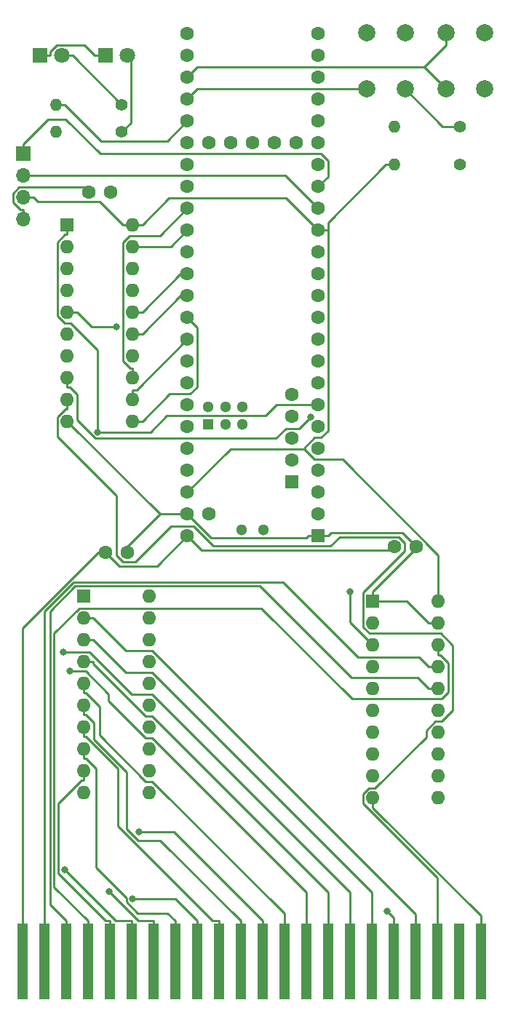
<source format=gbl>
G04 #@! TF.GenerationSoftware,KiCad,Pcbnew,(6.0.6)*
G04 #@! TF.CreationDate,2023-01-06T14:08:34+01:00*
G04 #@! TF.ProjectId,RTO_cart,52544f5f-6361-4727-942e-6b696361645f,rev?*
G04 #@! TF.SameCoordinates,Original*
G04 #@! TF.FileFunction,Copper,L2,Bot*
G04 #@! TF.FilePolarity,Positive*
%FSLAX46Y46*%
G04 Gerber Fmt 4.6, Leading zero omitted, Abs format (unit mm)*
G04 Created by KiCad (PCBNEW (6.0.6)) date 2023-01-06 14:08:34*
%MOMM*%
%LPD*%
G01*
G04 APERTURE LIST*
G04 #@! TA.AperFunction,ComponentPad*
%ADD10C,1.400000*%
G04 #@! TD*
G04 #@! TA.AperFunction,ComponentPad*
%ADD11O,1.400000X1.400000*%
G04 #@! TD*
G04 #@! TA.AperFunction,ComponentPad*
%ADD12R,1.600000X1.600000*%
G04 #@! TD*
G04 #@! TA.AperFunction,ComponentPad*
%ADD13C,1.600000*%
G04 #@! TD*
G04 #@! TA.AperFunction,ComponentPad*
%ADD14R,1.300000X1.300000*%
G04 #@! TD*
G04 #@! TA.AperFunction,ComponentPad*
%ADD15C,1.300000*%
G04 #@! TD*
G04 #@! TA.AperFunction,ComponentPad*
%ADD16R,1.800000X1.800000*%
G04 #@! TD*
G04 #@! TA.AperFunction,ComponentPad*
%ADD17C,1.800000*%
G04 #@! TD*
G04 #@! TA.AperFunction,ComponentPad*
%ADD18C,2.000000*%
G04 #@! TD*
G04 #@! TA.AperFunction,ComponentPad*
%ADD19R,1.700000X1.700000*%
G04 #@! TD*
G04 #@! TA.AperFunction,ComponentPad*
%ADD20O,1.700000X1.700000*%
G04 #@! TD*
G04 #@! TA.AperFunction,ComponentPad*
%ADD21O,1.600000X1.600000*%
G04 #@! TD*
G04 #@! TA.AperFunction,ConnectorPad*
%ADD22R,1.270000X8.840000*%
G04 #@! TD*
G04 #@! TA.AperFunction,ViaPad*
%ADD23C,0.800000*%
G04 #@! TD*
G04 #@! TA.AperFunction,Conductor*
%ADD24C,0.250000*%
G04 #@! TD*
G04 APERTURE END LIST*
D10*
X102870000Y-91440000D03*
D11*
X95250000Y-91440000D03*
D12*
X125730000Y-138430000D03*
D13*
X125730000Y-135890000D03*
X125730000Y-133350000D03*
X125730000Y-130810000D03*
X125730000Y-128270000D03*
X125730000Y-125730000D03*
X125730000Y-123190000D03*
X125730000Y-120650000D03*
X125730000Y-118110000D03*
X125730000Y-115570000D03*
X125730000Y-113030000D03*
X125730000Y-110490000D03*
X125730000Y-107950000D03*
X125730000Y-105410000D03*
X125730000Y-102870000D03*
X125730000Y-100330000D03*
X125730000Y-97790000D03*
X125730000Y-95250000D03*
X125730000Y-92710000D03*
X125730000Y-90170000D03*
X125730000Y-87630000D03*
X125730000Y-85090000D03*
X125730000Y-82550000D03*
X125730000Y-80010000D03*
X110490000Y-80010000D03*
X110490000Y-82550000D03*
X110490000Y-85090000D03*
X110490000Y-87630000D03*
X110490000Y-90170000D03*
X110490000Y-92710000D03*
X110490000Y-95250000D03*
X110490000Y-97790000D03*
X110490000Y-100330000D03*
X110490000Y-102870000D03*
X110490000Y-105410000D03*
X110490000Y-107950000D03*
X110490000Y-110490000D03*
X110490000Y-113030000D03*
X110490000Y-115570000D03*
X110490000Y-118110000D03*
X110490000Y-120650000D03*
X110490000Y-123190000D03*
X110490000Y-125730000D03*
X110490000Y-128270000D03*
X110490000Y-130810000D03*
X110490000Y-133350000D03*
X110490000Y-135890000D03*
X110490000Y-138430000D03*
X113030000Y-135890000D03*
X123190000Y-92710000D03*
X120650000Y-92710000D03*
X118110000Y-92710000D03*
X115570000Y-92710000D03*
X113030000Y-92710000D03*
D12*
X122679200Y-132130800D03*
D13*
X122679200Y-129590800D03*
X122679200Y-127050800D03*
X122679200Y-124510800D03*
X122679200Y-121970800D03*
D14*
X112928400Y-125460000D03*
D15*
X114928400Y-125460000D03*
X116928400Y-125460000D03*
X116928400Y-123460000D03*
X114928400Y-123460000D03*
X112928400Y-123460000D03*
X116840000Y-137700000D03*
X119380000Y-137700000D03*
D16*
X93340000Y-82550000D03*
D17*
X95880000Y-82550000D03*
D18*
X131360000Y-79935000D03*
X131360000Y-86435000D03*
X135860000Y-86435000D03*
X135860000Y-79935000D03*
D10*
X142240000Y-90805000D03*
D11*
X134620000Y-90805000D03*
D18*
X140625000Y-79935000D03*
X140625000Y-86435000D03*
X145125000Y-79935000D03*
X145125000Y-86435000D03*
D19*
X91440000Y-93990000D03*
D20*
X91440000Y-96530000D03*
X91440000Y-99070000D03*
X91440000Y-101610000D03*
D10*
X102870000Y-88265000D03*
D11*
X95250000Y-88265000D03*
D13*
X101560000Y-98425000D03*
X99060000Y-98425000D03*
X101005000Y-140335000D03*
X103505000Y-140335000D03*
D12*
X132090000Y-146055000D03*
D21*
X132090000Y-148595000D03*
X132090000Y-151135000D03*
X132090000Y-153675000D03*
X132090000Y-156215000D03*
X132090000Y-158755000D03*
X132090000Y-161295000D03*
X132090000Y-163835000D03*
X132090000Y-166375000D03*
X132090000Y-168915000D03*
X139710000Y-168915000D03*
X139710000Y-166375000D03*
X139710000Y-163835000D03*
X139710000Y-161295000D03*
X139710000Y-158755000D03*
X139710000Y-156215000D03*
X139710000Y-153675000D03*
X139710000Y-151135000D03*
X139710000Y-148595000D03*
X139710000Y-146055000D03*
D12*
X98435000Y-145420000D03*
D21*
X98435000Y-147960000D03*
X98435000Y-150500000D03*
X98435000Y-153040000D03*
X98435000Y-155580000D03*
X98435000Y-158120000D03*
X98435000Y-160660000D03*
X98435000Y-163200000D03*
X98435000Y-165740000D03*
X98435000Y-168280000D03*
X106055000Y-168280000D03*
X106055000Y-165740000D03*
X106055000Y-163200000D03*
X106055000Y-160660000D03*
X106055000Y-158120000D03*
X106055000Y-155580000D03*
X106055000Y-153040000D03*
X106055000Y-150500000D03*
X106055000Y-147960000D03*
X106055000Y-145420000D03*
D12*
X96530000Y-102240000D03*
D21*
X96530000Y-104780000D03*
X96530000Y-107320000D03*
X96530000Y-109860000D03*
X96530000Y-112400000D03*
X96530000Y-114940000D03*
X96530000Y-117480000D03*
X96530000Y-120020000D03*
X96530000Y-122560000D03*
X96530000Y-125100000D03*
X104150000Y-125100000D03*
X104150000Y-122560000D03*
X104150000Y-120020000D03*
X104150000Y-117480000D03*
X104150000Y-114940000D03*
X104150000Y-112400000D03*
X104150000Y-109860000D03*
X104150000Y-107320000D03*
X104150000Y-104780000D03*
X104150000Y-102240000D03*
D10*
X142240000Y-95250000D03*
D11*
X134620000Y-95250000D03*
D13*
X134640000Y-139700000D03*
X137140000Y-139700000D03*
D22*
X144665700Y-187960000D03*
X142125700Y-187960000D03*
X139585700Y-187960000D03*
X137045700Y-187960000D03*
X134505700Y-187960000D03*
X131965700Y-187960000D03*
X129425700Y-187960000D03*
X126885700Y-187960000D03*
X124345700Y-187960000D03*
X121805700Y-187960000D03*
X119265700Y-187960000D03*
X116725700Y-187960000D03*
X114185700Y-187960000D03*
X111645700Y-187960000D03*
X109105700Y-187960000D03*
X106565700Y-187960000D03*
X104025700Y-187960000D03*
X101485700Y-187960000D03*
X98945700Y-187960000D03*
X96405700Y-187960000D03*
X93865700Y-187960000D03*
X91325700Y-187960000D03*
D16*
X100960000Y-82550000D03*
D17*
X103500000Y-82550000D03*
D23*
X133750300Y-182135200D03*
X124853000Y-124603000D03*
X96096400Y-151914800D03*
X96859600Y-154186400D03*
X102260400Y-114143800D03*
X104893800Y-172901300D03*
X104155600Y-180653500D03*
X101398200Y-179824700D03*
X96217100Y-177290700D03*
X100084500Y-126359400D03*
X129441000Y-144883400D03*
D24*
X100129500Y-140335000D02*
X91325700Y-149138800D01*
X106988400Y-141931600D02*
X110490000Y-138430000D01*
X134255800Y-140084200D02*
X134640000Y-139700000D01*
X102601600Y-141931600D02*
X106988400Y-141931600D01*
X110490000Y-138430000D02*
X112144200Y-140084200D01*
X101005000Y-140335000D02*
X100129500Y-140335000D01*
X91325700Y-149138800D02*
X91325700Y-187960000D01*
X112144200Y-140084200D02*
X134255800Y-140084200D01*
X101005000Y-140335000D02*
X102601600Y-141931600D01*
X137140000Y-139700000D02*
X137140000Y-139879900D01*
X108580000Y-104780000D02*
X110490000Y-102870000D01*
X125730000Y-138430000D02*
X124604900Y-138430000D01*
X107319900Y-135889900D02*
X103505000Y-139704800D01*
X95330700Y-81324900D02*
X94565100Y-82090500D01*
X96530000Y-125100000D02*
X107319900Y-135889900D01*
X94565100Y-82090500D02*
X94565100Y-82550000D01*
X110490000Y-135889900D02*
X110490000Y-135890000D01*
X136044900Y-146055000D02*
X132090000Y-146055000D01*
X98509800Y-81324900D02*
X95330700Y-81324900D01*
X137140000Y-139879900D02*
X132090000Y-144929900D01*
X91440000Y-101610000D02*
X91440000Y-100434900D01*
X99734900Y-82550000D02*
X98509800Y-81324900D01*
X132090000Y-146055000D02*
X132090000Y-144929900D01*
X91074700Y-100434900D02*
X91440000Y-100434900D01*
X144665700Y-187960000D02*
X144665700Y-182615800D01*
X99060000Y-98425000D02*
X98513100Y-97878100D01*
X135532400Y-138092400D02*
X127192700Y-138092400D01*
X107319900Y-135889900D02*
X110490000Y-135889900D01*
X104150000Y-104780000D02*
X108580000Y-104780000D01*
X137140000Y-139700000D02*
X135532400Y-138092400D01*
X103505000Y-139704800D02*
X103505000Y-140335000D01*
X144665700Y-182615800D02*
X132090000Y-170040100D01*
X100960000Y-82550000D02*
X99734900Y-82550000D01*
X125730000Y-138430000D02*
X126855100Y-138430000D01*
X93340000Y-82550000D02*
X94565100Y-82550000D01*
X127192700Y-138092400D02*
X126855100Y-138430000D01*
X90237600Y-98581900D02*
X90237600Y-99597800D01*
X138584900Y-148595000D02*
X136044900Y-146055000D01*
X110490000Y-135890000D02*
X113287400Y-138687400D01*
X124347500Y-138687400D02*
X124604900Y-138430000D01*
X90941400Y-97878100D02*
X90237600Y-98581900D01*
X132090000Y-168915000D02*
X132090000Y-170040100D01*
X139710000Y-148595000D02*
X138584900Y-148595000D01*
X113287400Y-138687400D02*
X124347500Y-138687400D01*
X90237600Y-99597800D02*
X91074700Y-100434900D01*
X98513100Y-97878100D02*
X90941400Y-97878100D01*
X96530000Y-122560000D02*
X96530000Y-123685100D01*
X95380500Y-124601400D02*
X96296800Y-123685100D01*
X130940200Y-149041500D02*
X130940200Y-145038100D01*
X140094200Y-160025000D02*
X141354900Y-158764300D01*
X135075200Y-138542500D02*
X128215200Y-138542500D01*
X135784300Y-140194000D02*
X135784300Y-139251600D01*
X141354900Y-151167000D02*
X139979000Y-149791100D01*
X138291300Y-161086800D02*
X139353100Y-160025000D01*
X139585700Y-187960000D02*
X139585700Y-178210600D01*
X103044200Y-141481500D02*
X102255000Y-140692300D01*
X108617500Y-137290600D02*
X104426600Y-141481500D01*
X139979000Y-149791100D02*
X131689800Y-149791100D01*
X130932300Y-168481300D02*
X131623800Y-167789800D01*
X139353100Y-160025000D02*
X140094200Y-160025000D01*
X130940200Y-145038100D02*
X135784300Y-140194000D01*
X104426600Y-141481500D02*
X103044200Y-141481500D01*
X96296800Y-123685100D02*
X96530000Y-123685100D01*
X102255000Y-133778100D02*
X95380500Y-126903600D01*
X127170200Y-139587500D02*
X113550800Y-139587500D01*
X131623800Y-167789800D02*
X132317600Y-167789800D01*
X139585700Y-178210600D02*
X130932300Y-169557200D01*
X113550800Y-139587500D02*
X111253900Y-137290600D01*
X111253900Y-137290600D02*
X108617500Y-137290600D01*
X135784300Y-139251600D02*
X135075200Y-138542500D01*
X131689800Y-149791100D02*
X130940200Y-149041500D01*
X130932300Y-169557200D02*
X130932300Y-168481300D01*
X128215200Y-138542500D02*
X127170200Y-139587500D01*
X132317600Y-167789800D02*
X138291300Y-161816100D01*
X102255000Y-140692300D02*
X102255000Y-133778100D01*
X95380500Y-126903600D02*
X95380500Y-124601400D01*
X141354900Y-158764300D02*
X141354900Y-151167000D01*
X138291300Y-161816100D02*
X138291300Y-161086800D01*
X137045700Y-182408900D02*
X106406800Y-151770000D01*
X137045700Y-187960000D02*
X137045700Y-182408900D01*
X103370100Y-151770000D02*
X99560100Y-147960000D01*
X98435000Y-147960000D02*
X99560100Y-147960000D01*
X106406800Y-151770000D02*
X103370100Y-151770000D01*
X134505700Y-182890600D02*
X134505700Y-187960000D01*
X96811400Y-121145100D02*
X97655100Y-121988800D01*
X97655100Y-124967700D02*
X99781600Y-127094200D01*
X96530000Y-121145100D02*
X96811400Y-121145100D01*
X120835800Y-127094200D02*
X122004400Y-125925600D01*
X99781600Y-127094200D02*
X120835800Y-127094200D01*
X96530000Y-120020000D02*
X96530000Y-121145100D01*
X123530400Y-125925600D02*
X124853000Y-124603000D01*
X97655100Y-121988800D02*
X97655100Y-124967700D01*
X133750300Y-182135200D02*
X134505700Y-182890600D01*
X122004400Y-125925600D02*
X123530400Y-125925600D01*
X98435000Y-150500000D02*
X99560100Y-150500000D01*
X131965700Y-179851100D02*
X131965700Y-187960000D01*
X99560100Y-150500000D02*
X103370100Y-154310000D01*
X103370100Y-154310000D02*
X106424600Y-154310000D01*
X106424600Y-154310000D02*
X131965700Y-179851100D01*
X129425700Y-179869500D02*
X129425700Y-187960000D01*
X106406200Y-156850000D02*
X129425700Y-179869500D01*
X99109800Y-151914800D02*
X104045000Y-156850000D01*
X104045000Y-156850000D02*
X106406200Y-156850000D01*
X96096400Y-151914800D02*
X99109800Y-151914800D01*
X99560100Y-153273200D02*
X105676900Y-159390000D01*
X105676900Y-159390000D02*
X106403600Y-159390000D01*
X99560100Y-153040000D02*
X99560100Y-153273200D01*
X106403600Y-159390000D02*
X126885700Y-179872100D01*
X126885700Y-179872100D02*
X126885700Y-187960000D01*
X98435000Y-153040000D02*
X99560100Y-153040000D01*
X101350100Y-157624000D02*
X105656100Y-161930000D01*
X98709600Y-154186400D02*
X101350100Y-156826900D01*
X124345700Y-179893300D02*
X124345700Y-187960000D01*
X105656100Y-161930000D02*
X106382400Y-161930000D01*
X101350100Y-156826900D02*
X101350100Y-157624000D01*
X96859600Y-154186400D02*
X98709600Y-154186400D01*
X106382400Y-161930000D02*
X124345700Y-179893300D01*
X100299900Y-161624200D02*
X100299900Y-158336900D01*
X98668100Y-156705100D02*
X98435000Y-156705100D01*
X121805700Y-187960000D02*
X121805700Y-182374100D01*
X98435000Y-155580000D02*
X98435000Y-156705100D01*
X100299900Y-158336900D02*
X98668100Y-156705100D01*
X106441600Y-167010000D02*
X105685700Y-167010000D01*
X105685700Y-167010000D02*
X100299900Y-161624200D01*
X121805700Y-182374100D02*
X106441600Y-167010000D01*
X96530000Y-112400000D02*
X97655100Y-112400000D01*
X108952100Y-172901300D02*
X104893800Y-172901300D01*
X119265700Y-183214900D02*
X108952100Y-172901300D01*
X99398900Y-114143800D02*
X102260400Y-114143800D01*
X119265700Y-187960000D02*
X119265700Y-183214900D01*
X97655100Y-112400000D02*
X99398900Y-114143800D01*
X104809900Y-173858300D02*
X103453200Y-172501600D01*
X99624800Y-160201800D02*
X98668100Y-159245100D01*
X99624800Y-162105000D02*
X99624800Y-160201800D01*
X98435000Y-158120000D02*
X98435000Y-159245100D01*
X98668100Y-159245100D02*
X98435000Y-159245100D01*
X107369100Y-173858300D02*
X104809900Y-173858300D01*
X103453200Y-172501600D02*
X103453200Y-165933400D01*
X103453200Y-165933400D02*
X99624800Y-162105000D01*
X116725700Y-187960000D02*
X116725700Y-183214900D01*
X116725700Y-183214900D02*
X107369100Y-173858300D01*
X114185700Y-187960000D02*
X114185700Y-183214900D01*
X98435000Y-161785100D02*
X98668100Y-161785100D01*
X98435000Y-160660000D02*
X98435000Y-161785100D01*
X102419500Y-165536500D02*
X102419500Y-172165200D01*
X102419500Y-172165200D02*
X113469200Y-183214900D01*
X113469200Y-183214900D02*
X114185700Y-183214900D01*
X98668100Y-161785100D02*
X102419500Y-165536500D01*
X109084300Y-180653500D02*
X104155600Y-180653500D01*
X111645700Y-187960000D02*
X111645700Y-183214900D01*
X111645700Y-183214900D02*
X109084300Y-180653500D01*
X108225200Y-182334400D02*
X104743600Y-182334400D01*
X109105700Y-187960000D02*
X109105700Y-183214900D01*
X103430400Y-181021200D02*
X103430400Y-180560600D01*
X104743600Y-182334400D02*
X103430400Y-181021200D01*
X99849800Y-176980000D02*
X99849800Y-165506800D01*
X98435000Y-163200000D02*
X98435000Y-164325100D01*
X103430400Y-180560600D02*
X99849800Y-176980000D01*
X109105700Y-183214900D02*
X108225200Y-182334400D01*
X99849800Y-165506800D02*
X98668100Y-164325100D01*
X98668100Y-164325100D02*
X98435000Y-164325100D01*
X106565700Y-183214900D02*
X104788400Y-183214900D01*
X106565700Y-187960000D02*
X106565700Y-183214900D01*
X104788400Y-183214900D02*
X101398200Y-179824700D01*
X104025700Y-187960000D02*
X104025700Y-183214900D01*
X102141300Y-183214900D02*
X96217100Y-177290700D01*
X104025700Y-183214900D02*
X102141300Y-183214900D01*
X101005700Y-183214900D02*
X95491900Y-177701100D01*
X101485700Y-187960000D02*
X101485700Y-183214900D01*
X98435000Y-165740000D02*
X98435000Y-166865100D01*
X95491900Y-169575000D02*
X98201800Y-166865100D01*
X95491900Y-177701100D02*
X95491900Y-169575000D01*
X101485700Y-183214900D02*
X101005700Y-183214900D01*
X98201800Y-166865100D02*
X98435000Y-166865100D01*
X140123800Y-157393700D02*
X140874500Y-156643000D01*
X139943100Y-152260100D02*
X139710000Y-152260100D01*
X139710000Y-151135000D02*
X139710000Y-152260100D01*
X97917600Y-146834100D02*
X119138000Y-146834100D01*
X129697600Y-157393700D02*
X140123800Y-157393700D01*
X98945700Y-183214900D02*
X95003300Y-179272500D01*
X95003300Y-149748400D02*
X97917600Y-146834100D01*
X140874500Y-156643000D02*
X140874500Y-153191500D01*
X98945700Y-187960000D02*
X98945700Y-183214900D01*
X140874500Y-153191500D02*
X139943100Y-152260100D01*
X95003300Y-179272500D02*
X95003300Y-149748400D01*
X119138000Y-146834100D02*
X129697600Y-157393700D01*
X94548900Y-181358100D02*
X94548900Y-147188800D01*
X137314900Y-154945000D02*
X138584900Y-156215000D01*
X139710000Y-156215000D02*
X138584900Y-156215000D01*
X96405700Y-187960000D02*
X96405700Y-183214900D01*
X97474000Y-144263700D02*
X118959100Y-144263700D01*
X129640400Y-154945000D02*
X137314900Y-154945000D01*
X96405700Y-183214900D02*
X94548900Y-181358100D01*
X118959100Y-144263700D02*
X129640400Y-154945000D01*
X94548900Y-147188800D02*
X97474000Y-144263700D01*
X139710000Y-153675000D02*
X138584900Y-153675000D01*
X137459800Y-152549900D02*
X130388300Y-152549900D01*
X130388300Y-152549900D02*
X121652000Y-143813600D01*
X121652000Y-143813600D02*
X97287500Y-143813600D01*
X97287500Y-143813600D02*
X93865700Y-147235400D01*
X93865700Y-147235400D02*
X93865700Y-183214900D01*
X93865700Y-187960000D02*
X93865700Y-183214900D01*
X138584900Y-153675000D02*
X137459800Y-152549900D01*
X95361900Y-104251900D02*
X95361900Y-112823600D01*
X96208300Y-113670000D02*
X96931700Y-113670000D01*
X96530000Y-103365100D02*
X96248700Y-103365100D01*
X106235700Y-126359400D02*
X100084500Y-126359400D01*
X125730000Y-123190000D02*
X120884300Y-123190000D01*
X108135100Y-124460000D02*
X106235700Y-126359400D01*
X96931700Y-113670000D02*
X100084500Y-116822800D01*
X95361900Y-112823600D02*
X96208300Y-113670000D01*
X96248700Y-103365100D02*
X95361900Y-104251900D01*
X96530000Y-102240000D02*
X96530000Y-103365100D01*
X120884300Y-123190000D02*
X119614300Y-124460000D01*
X100084500Y-116822800D02*
X100084500Y-126359400D01*
X119614300Y-124460000D02*
X108135100Y-124460000D01*
X104150000Y-125100000D02*
X105275100Y-125100000D01*
X111636900Y-114176900D02*
X110490000Y-113030000D01*
X111636900Y-121116500D02*
X111636900Y-114176900D01*
X110833400Y-121920000D02*
X111636900Y-121116500D01*
X108455100Y-121920000D02*
X110833400Y-121920000D01*
X105275100Y-125100000D02*
X108455100Y-121920000D01*
X104150000Y-121434900D02*
X104625100Y-121434900D01*
X104625100Y-121434900D02*
X110490000Y-115570000D01*
X104150000Y-122560000D02*
X104150000Y-121434900D01*
X103868700Y-118894900D02*
X103024600Y-118050800D01*
X103793700Y-103510000D02*
X107310000Y-103510000D01*
X104150000Y-120020000D02*
X104150000Y-118894900D01*
X103024600Y-118050800D02*
X103024600Y-104279100D01*
X103024600Y-104279100D02*
X103793700Y-103510000D01*
X104150000Y-118894900D02*
X103868700Y-118894900D01*
X107310000Y-103510000D02*
X110490000Y-100330000D01*
X104150000Y-114940000D02*
X105275100Y-114940000D01*
X105275100Y-114940000D02*
X109725100Y-110490000D01*
X109725100Y-110490000D02*
X110490000Y-110490000D01*
X104150000Y-112400000D02*
X105275100Y-112400000D01*
X109725100Y-107950000D02*
X110490000Y-107950000D01*
X105275100Y-112400000D02*
X109725100Y-107950000D01*
X129441000Y-148486000D02*
X129441000Y-144883400D01*
X132090000Y-151135000D02*
X129441000Y-148486000D01*
X124093500Y-128324700D02*
X115515300Y-128324700D01*
X122013300Y-99153300D02*
X108361800Y-99153300D01*
X100341800Y-99556900D02*
X103024900Y-102240000D01*
X125730000Y-102870000D02*
X122013300Y-99153300D01*
X125308800Y-129540000D02*
X128600500Y-129540000D01*
X92615100Y-99070000D02*
X93102000Y-99556900D01*
X91440000Y-99070000D02*
X92615100Y-99070000D01*
X104150000Y-102240000D02*
X105275100Y-102240000D01*
X108361800Y-99153300D02*
X105275100Y-102240000D01*
X126856200Y-126200900D02*
X126057100Y-127000000D01*
X126856200Y-102870000D02*
X126856200Y-126200900D01*
X134620000Y-95250000D02*
X133594900Y-95250000D01*
X124093500Y-128324700D02*
X125308800Y-129540000D01*
X133594900Y-95250000D02*
X126856200Y-101988700D01*
X124093500Y-128224400D02*
X124093500Y-128324700D01*
X115515300Y-128324700D02*
X110490000Y-133350000D01*
X93102000Y-99556900D02*
X100341800Y-99556900D01*
X126057100Y-127000000D02*
X125317900Y-127000000D01*
X139710000Y-140649500D02*
X139710000Y-146055000D01*
X126856200Y-101988700D02*
X126856200Y-102870000D01*
X126856200Y-102870000D02*
X125730000Y-102870000D01*
X125317900Y-127000000D02*
X124093500Y-128224400D01*
X104150000Y-102240000D02*
X103024900Y-102240000D01*
X128600500Y-129540000D02*
X139710000Y-140649500D01*
X94317500Y-89937400D02*
X91440000Y-92814900D01*
X96336600Y-89937400D02*
X94317500Y-89937400D01*
X126065900Y-93980000D02*
X100379200Y-93980000D01*
X91440000Y-93990000D02*
X91440000Y-92814900D01*
X126875100Y-96644900D02*
X126875100Y-94789200D01*
X100379200Y-93980000D02*
X96336600Y-89937400D01*
X126875100Y-94789200D02*
X126065900Y-93980000D01*
X125730000Y-97790000D02*
X126875100Y-96644900D01*
X121930000Y-96530000D02*
X125730000Y-100330000D01*
X91440000Y-96530000D02*
X121930000Y-96530000D01*
X140230000Y-90805000D02*
X135860000Y-86435000D01*
X142240000Y-90805000D02*
X140230000Y-90805000D01*
X103500000Y-82550000D02*
X103915500Y-82965500D01*
X103915500Y-90394500D02*
X102870000Y-91440000D01*
X103915500Y-82965500D02*
X103915500Y-90394500D01*
X97155000Y-82550000D02*
X95880000Y-82550000D01*
X102870000Y-88265000D02*
X97155000Y-82550000D01*
X110490000Y-90170000D02*
X108183200Y-92476800D01*
X95250000Y-88265000D02*
X96275100Y-88265000D01*
X108183200Y-92476800D02*
X100486900Y-92476800D01*
X100486900Y-92476800D02*
X96275100Y-88265000D01*
X111685000Y-86435000D02*
X110490000Y-87630000D01*
X131360000Y-86435000D02*
X111685000Y-86435000D01*
X140625000Y-81363800D02*
X140625000Y-79935000D01*
X138089400Y-83899400D02*
X111680600Y-83899400D01*
X140625000Y-86435000D02*
X138089400Y-83899400D01*
X138089400Y-83899400D02*
X140625000Y-81363800D01*
X111680600Y-83899400D02*
X110490000Y-85090000D01*
M02*

</source>
